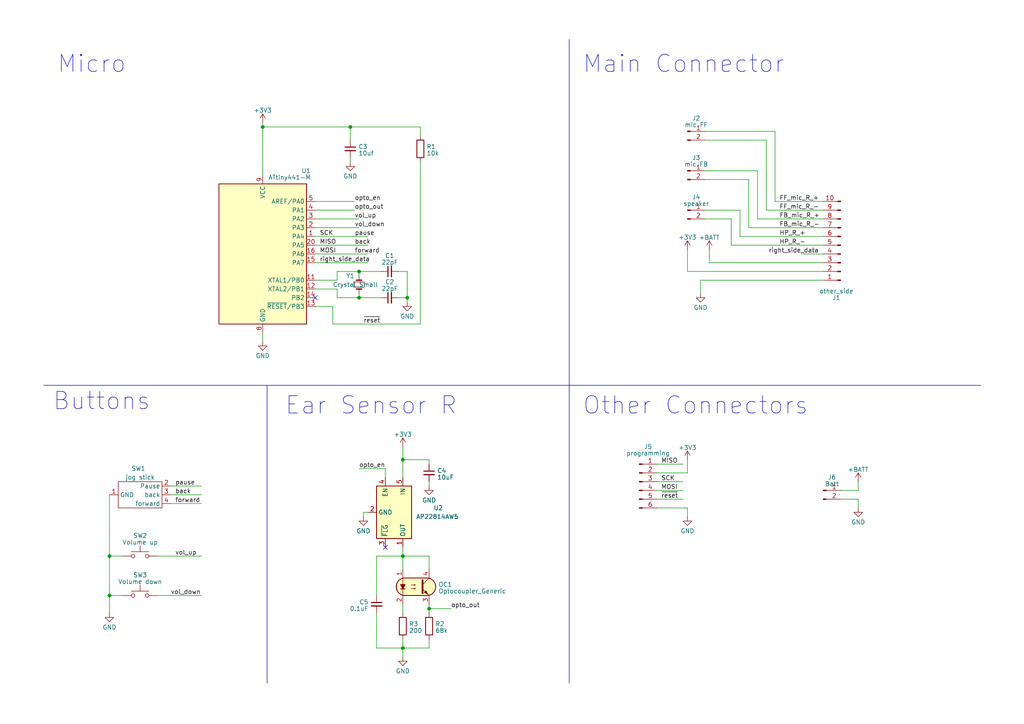
<source format=kicad_sch>
(kicad_sch (version 20230121) (generator eeschema)
  (paper "A4")
  (title_block (title "Right side IO PCB") (date "2023-04-09") (rev "1") (comment 1 "ALM ") (comment 2 "Headphones"))
  (lib_symbols
    (symbol "Connector:Conn_01x02_Pin" (pin_names (offset 1.016) hide)
      (property "Reference" "J" (at 0 2.54 0))
      (property "Value" "Conn_01x02_Pin" (at 0 -5.08 0))
      (symbol "Conn_01x02_Pin_1_1"
        (polyline (pts (xy 1.27 -2.54) (xy 0.8636 -2.54)) (stroke (width 0.1524)))
        (polyline (pts (xy 1.27 0) (xy 0.8636 0)) (stroke (width 0.1524)))
        (rectangle (start 0.8636 -2.413) (end 0 -2.667) (stroke (width 0.1524)) (fill (type outline)))
        (rectangle (start 0.8636 0.127) (end 0 -0.127) (stroke (width 0.1524)) (fill (type outline)))
        (pin passive line (at 5.08 0 180) (length 3.81) (name "Pin_1") (number "1"))
        (pin passive line (at 5.08 -2.54 180) (length 3.81) (name "Pin_2") (number "2"))
      )
    )
    (symbol "Connector:Conn_01x06_Pin" (pin_names (offset 1.016) hide)
      (property "Reference" "J" (at 0 7.62 0))
      (property "Value" "Conn_01x06_Pin" (at 0 -10.16 0))
      (symbol "Conn_01x06_Pin_1_1"
        (polyline (pts (xy 1.27 -7.62) (xy 0.8636 -7.62)) (stroke (width 0.1524)))
        (polyline (pts (xy 1.27 -5.08) (xy 0.8636 -5.08)) (stroke (width 0.1524)))
        (polyline (pts (xy 1.27 -2.54) (xy 0.8636 -2.54)) (stroke (width 0.1524)))
        (polyline (pts (xy 1.27 0) (xy 0.8636 0)) (stroke (width 0.1524)))
        (polyline (pts (xy 1.27 2.54) (xy 0.8636 2.54)) (stroke (width 0.1524)))
        (polyline (pts (xy 1.27 5.08) (xy 0.8636 5.08)) (stroke (width 0.1524)))
        (rectangle (start 0.8636 -7.493) (end 0 -7.747) (stroke (width 0.1524)) (fill (type outline)))
        (rectangle (start 0.8636 -4.953) (end 0 -5.207) (stroke (width 0.1524)) (fill (type outline)))
        (rectangle (start 0.8636 -2.413) (end 0 -2.667) (stroke (width 0.1524)) (fill (type outline)))
        (rectangle (start 0.8636 0.127) (end 0 -0.127) (stroke (width 0.1524)) (fill (type outline)))
        (rectangle (start 0.8636 2.667) (end 0 2.413) (stroke (width 0.1524)) (fill (type outline)))
        (rectangle (start 0.8636 5.207) (end 0 4.953) (stroke (width 0.1524)) (fill (type outline)))
        (pin passive line (at 5.08 5.08 180) (length 3.81) (name "Pin_1") (number "1"))
        (pin passive line (at 5.08 2.54 180) (length 3.81) (name "Pin_2") (number "2"))
        (pin passive line (at 5.08 0 180) (length 3.81) (name "Pin_3") (number "3"))
        (pin passive line (at 5.08 -2.54 180) (length 3.81) (name "Pin_4") (number "4"))
        (pin passive line (at 5.08 -5.08 180) (length 3.81) (name "Pin_5") (number "5"))
        (pin passive line (at 5.08 -7.62 180) (length 3.81) (name "Pin_6") (number "6"))
      )
    )
    (symbol "Connector:Conn_01x10_Pin" (pin_names (offset 1.016) hide)
      (property "Reference" "J" (at 0 12.7 0))
      (property "Value" "Conn_01x10_Pin" (at 0 -15.24 0))
      (symbol "Conn_01x10_Pin_1_1"
        (polyline (pts (xy 1.27 -12.7) (xy 0.8636 -12.7)) (stroke (width 0.1524)))
        (polyline (pts (xy 1.27 -10.16) (xy 0.8636 -10.16)) (stroke (width 0.1524)))
        (polyline (pts (xy 1.27 -7.62) (xy 0.8636 -7.62)) (stroke (width 0.1524)))
        (polyline (pts (xy 1.27 -5.08) (xy 0.8636 -5.08)) (stroke (width 0.1524)))
        (polyline (pts (xy 1.27 -2.54) (xy 0.8636 -2.54)) (stroke (width 0.1524)))
        (polyline (pts (xy 1.27 0) (xy 0.8636 0)) (stroke (width 0.1524)))
        (polyline (pts (xy 1.27 2.54) (xy 0.8636 2.54)) (stroke (width 0.1524)))
        (polyline (pts (xy 1.27 5.08) (xy 0.8636 5.08)) (stroke (width 0.1524)))
        (polyline (pts (xy 1.27 7.62) (xy 0.8636 7.62)) (stroke (width 0.1524)))
        (polyline (pts (xy 1.27 10.16) (xy 0.8636 10.16)) (stroke (width 0.1524)))
        (rectangle (start 0.8636 -12.573) (end 0 -12.827) (stroke (width 0.1524)) (fill (type outline)))
        (rectangle (start 0.8636 -10.033) (end 0 -10.287) (stroke (width 0.1524)) (fill (type outline)))
        (rectangle (start 0.8636 -7.493) (end 0 -7.747) (stroke (width 0.1524)) (fill (type outline)))
        (rectangle (start 0.8636 -4.953) (end 0 -5.207) (stroke (width 0.1524)) (fill (type outline)))
        (rectangle (start 0.8636 -2.413) (end 0 -2.667) (stroke (width 0.1524)) (fill (type outline)))
        (rectangle (start 0.8636 0.127) (end 0 -0.127) (stroke (width 0.1524)) (fill (type outline)))
        (rectangle (start 0.8636 2.667) (end 0 2.413) (stroke (width 0.1524)) (fill (type outline)))
        (rectangle (start 0.8636 5.207) (end 0 4.953) (stroke (width 0.1524)) (fill (type outline)))
        (rectangle (start 0.8636 7.747) (end 0 7.493) (stroke (width 0.1524)) (fill (type outline)))
        (rectangle (start 0.8636 10.287) (end 0 10.033) (stroke (width 0.1524)) (fill (type outline)))
        (pin passive line (at 5.08 10.16 180) (length 3.81) (name "Pin_1") (number "1"))
        (pin passive line (at 5.08 -12.7 180) (length 3.81) (name "Pin_10") (number "10"))
        (pin passive line (at 5.08 7.62 180) (length 3.81) (name "Pin_2") (number "2"))
        (pin passive line (at 5.08 5.08 180) (length 3.81) (name "Pin_3") (number "3"))
        (pin passive line (at 5.08 2.54 180) (length 3.81) (name "Pin_4") (number "4"))
        (pin passive line (at 5.08 0 180) (length 3.81) (name "Pin_5") (number "5"))
        (pin passive line (at 5.08 -2.54 180) (length 3.81) (name "Pin_6") (number "6"))
        (pin passive line (at 5.08 -5.08 180) (length 3.81) (name "Pin_7") (number "7"))
        (pin passive line (at 5.08 -7.62 180) (length 3.81) (name "Pin_8") (number "8"))
        (pin passive line (at 5.08 -10.16 180) (length 3.81) (name "Pin_9") (number "9"))
      )
    )
    (symbol "Device:C_Small" (pin_numbers hide) (pin_names (offset 0.254) hide)
      (property "Reference" "C" (at 0.254 1.778 0))
      (property "Value" "C_Small" (at 0.254 -2.032 0))
      (symbol "C_Small_0_1"
        (polyline (pts (xy -1.524 -0.508) (xy 1.524 -0.508)) (stroke (width 0.3302)))
        (polyline (pts (xy -1.524 0.508) (xy 1.524 0.508)) (stroke (width 0.3048)))
      )
      (symbol "C_Small_1_1"
        (pin passive line (at 0 2.54 270) (length 2.032) (name "~") (number "1"))
        (pin passive line (at 0 -2.54 90) (length 2.032) (name "~") (number "2"))
      )
    )
    (symbol "Device:Crystal_Small" (pin_numbers hide) (pin_names (offset 1.016) hide)
      (property "Reference" "Y" (at 0 2.54 0))
      (property "Value" "Crystal_Small" (at 0 -2.54 0))
      (symbol "Crystal_Small_0_1"
        (rectangle (start -0.762 -1.524) (end 0.762 1.524))
        (polyline (pts (xy -1.27 -0.762) (xy -1.27 0.762)) (stroke (width 0.381)))
        (polyline (pts (xy 1.27 -0.762) (xy 1.27 0.762)) (stroke (width 0.381)))
      )
      (symbol "Crystal_Small_1_1"
        (pin passive line (at -2.54 0 0) (length 1.27) (name "1") (number "1"))
        (pin passive line (at 2.54 0 180) (length 1.27) (name "2") (number "2"))
      )
    )
    (symbol "Device:R" (pin_numbers hide) (pin_names (offset 0))
      (property "Reference" "R" (at 2.032 0 90))
      (property "Value" "R" (at 0 0 90))
      (symbol "R_0_1"
        (rectangle (start -1.016 -2.54) (end 1.016 2.54) (stroke (width 0.254)))
      )
      (symbol "R_1_1"
        (pin passive line (at 0 3.81 270) (length 1.27) (name "~") (number "1"))
        (pin passive line (at 0 -3.81 90) (length 1.27) (name "~") (number "2"))
      )
    )
    (symbol "MCU_Microchip_ATtiny:ATtiny441-M"
      (property "Reference" "U" (at -12.7 21.59 0))
      (property "Value" "ATtiny441-M" (at 2.54 -21.59 0))
      (symbol "ATtiny441-M_0_1"
        (rectangle (start -12.7 -20.32) (end 12.7 20.32) (stroke (width 0.254)) (fill (type background)))
      )
      (symbol "ATtiny441-M_1_1"
        (pin bidirectional line (at 15.24 5.08 180) (length 2.54) (name "PA4") (number "1"))
        (pin no_connect line (at -12.7 -10.16 0) (length 2.54) hide (name "NC") (number "10"))
        (pin bidirectional line (at 15.24 -7.62 180) (length 2.54) (name "XTAL1/PB0") (number "11"))
        (pin bidirectional line (at 15.24 -10.16 180) (length 2.54) (name "XTAL2/PB1") (number "12"))
        (pin bidirectional line (at 15.24 -15.24 180) (length 2.54) (name "~{RESET}/PB3") (number "13"))
        (pin bidirectional line (at 15.24 -12.7 180) (length 2.54) (name "PB2") (number "14"))
        (pin bidirectional line (at 15.24 -2.54 180) (length 2.54) (name "PA7") (number "15"))
        (pin bidirectional line (at 15.24 0 180) (length 2.54) (name "PA6") (number "16"))
        (pin no_connect line (at -12.7 -12.7 0) (length 2.54) hide (name "NC") (number "17"))
        (pin no_connect line (at -12.7 -15.24 0) (length 2.54) hide (name "NC") (number "18"))
        (pin no_connect line (at -12.7 -17.78 0) (length 2.54) hide (name "NC") (number "19"))
        (pin bidirectional line (at 15.24 7.62 180) (length 2.54) (name "PA3") (number "2"))
        (pin bidirectional line (at 15.24 2.54 180) (length 2.54) (name "PA5") (number "20"))
        (pin passive line (at 0 -22.86 90) (length 2.54) hide (name "GND") (number "21"))
        (pin bidirectional line (at 15.24 10.16 180) (length 2.54) (name "PA2") (number "3"))
        (pin bidirectional line (at 15.24 12.7 180) (length 2.54) (name "PA1") (number "4"))
        (pin bidirectional line (at 15.24 15.24 180) (length 2.54) (name "AREF/PA0") (number "5"))
        (pin no_connect line (at -12.7 -5.08 0) (length 2.54) hide (name "NC") (number "6"))
        (pin no_connect line (at -12.7 -7.62 0) (length 2.54) hide (name "NC") (number "7"))
        (pin power_in line (at 0 -22.86 90) (length 2.54) (name "GND") (number "8"))
        (pin power_in line (at 0 22.86 270) (length 2.54) (name "VCC") (number "9"))
      )
    )
    (symbol "PCM_Optocoupler_AKL:Optocoupler_Generic" (pin_names (offset 1.016))
      (property "Reference" "OC" (at 6.35 1.27 0))
      (property "Value" "Optocoupler_Generic" (at 6.35 -1.27 0))
      (symbol "Optocoupler_Generic_0_1"
        (arc (start -3.1975 2.54) (mid -5.7151 0) (end -3.1975 -2.54) (stroke (width 0.254)))
        (polyline (pts (xy -4.445 -0.635) (xy -3.175 -0.635)) (stroke (width 0.254)))
        (polyline (pts (xy -3.175 2.54) (xy 3.175 2.54)) (stroke (width 0.254)))
        (polyline (pts (xy 1.905 0.635) (xy 3.81 2.54)))
        (polyline (pts (xy 3.175 -2.54) (xy -3.175 -2.54)) (stroke (width 0.254)))
        (polyline (pts (xy 3.81 -2.54) (xy 1.905 -0.635)) (fill (type outline)))
        (polyline (pts (xy -3.81 -2.54) (xy -3.81 -1.27) (xy -3.81 2.54)) (stroke (width 0.1524)))
        (polyline (pts (xy 1.905 1.905) (xy 1.905 -1.905) (xy 1.905 -1.905)) (stroke (width 0.508)))
        (polyline (pts (xy -3.81 -0.635) (xy -4.445 0.635) (xy -3.175 0.635) (xy -3.81 -0.635)) (stroke (width 0.254)) (fill (type outline)))
        (polyline (pts (xy -1.397 -0.508) (xy -0.127 -0.508) (xy -0.508 -0.635) (xy -0.508 -0.381) (xy -0.127 -0.508)))
        (polyline (pts (xy -1.397 0.508) (xy -0.127 0.508) (xy -0.508 0.381) (xy -0.508 0.635) (xy -0.127 0.508)))
        (polyline (pts (xy 2.413 -1.651) (xy 2.921 -1.143) (xy 3.429 -2.159) (xy 2.413 -1.651) (xy 2.413 -1.651)) (fill (type outline)))
        (polyline (pts (xy -2.54 2.54) (xy 3.429 2.54) (xy 4.318 2.286) (xy 4.699 2.032) (xy 5.08 1.651) (xy 5.461 1.016) (xy 5.715 0.381) (xy 5.715 -0.381) (xy 5.461 -1.143) (xy 4.826 -1.905) (xy 4.191 -2.286) (xy 3.302 -2.54) (xy -3.81 -2.54) (xy -3.81 -2.54) (xy -4.572 -2.032) (xy -5.08 -1.778) (xy -5.588 -0.508) (xy -5.588 0.254) (xy -5.588 1.016) (xy -5.08 1.778) (xy -4.318 2.286) (xy -3.556 2.54) (xy -2.54 2.54)) (stroke (width 0.01)) (fill (type background)))
        (arc (start 3.1975 -2.54) (mid 5.7151 0) (end 3.1975 2.54) (stroke (width 0.254)))
      )
      (symbol "Optocoupler_Generic_1_1"
        (pin passive line (at -3.81 5.08 270) (length 2.54) (name "~") (number "1"))
        (pin passive line (at -3.81 -5.08 90) (length 2.54) (name "~") (number "2"))
        (pin passive line (at 3.81 -5.08 90) (length 2.54) (name "~") (number "3"))
        (pin passive line (at 3.81 5.08 270) (length 2.54) (name "~") (number "4"))
      )
    )
    (symbol "Power_Management:AP22814AW5"
      (property "Reference" "U" (at -7.62 -6.35 0))
      (property "Value" "AP22814AW5" (at -7.62 6.35 0))
      (symbol "AP22814AW5_0_1"
        (rectangle (start -7.62 5.08) (end 7.62 -5.08) (stroke (width 0.254)) (fill (type background)))
      )
      (symbol "AP22814AW5_1_1"
        (pin power_out line (at 10.16 2.54 180) (length 2.54) (name "OUT") (number "1"))
        (pin power_in line (at 0 -7.62 90) (length 2.54) (name "GND") (number "2"))
        (pin open_collector line (at 10.16 -2.54 180) (length 2.54) (name "~{FLG}") (number "3"))
        (pin input line (at -10.16 -2.54 0) (length 2.54) (name "EN") (number "4"))
        (pin power_in line (at -10.16 2.54 0) (length 2.54) (name "IN") (number "5"))
      )
    )
    (symbol "Switch:SW_Push" (pin_numbers hide) (pin_names (offset 1.016) hide)
      (property "Reference" "SW" (at 1.27 2.54 0))
      (property "Value" "SW_Push" (at 0 -1.524 0))
      (symbol "SW_Push_0_1"
        (circle (center -2.032 0) (radius 0.508))
        (polyline (pts (xy 0 1.27) (xy 0 3.048)))
        (polyline (pts (xy 2.54 1.27) (xy -2.54 1.27)))
        (circle (center 2.032 0) (radius 0.508))
        (pin passive line (at -5.08 0 0) (length 2.54) (name "1") (number "1"))
        (pin passive line (at 5.08 0 180) (length 2.54) (name "2") (number "2"))
      )
    )
    (symbol "odds:Jog_switch"
      (property "Reference" "SW" (at 6.35 3.81 0))
      (symbol "Jog_switch_0_1"
        (rectangle (start 0 0) (end 12.7 -7.62))
      )
      (symbol "Jog_switch_1_1"
        (pin power_in line (at -2.54 -3.81 0) (length 2.54) (name "GND") (number "1"))
        (pin output line (at 15.24 -1.27 180) (length 2.54) (name "Pause") (number "2"))
        (pin output line (at 15.24 -3.81 180) (length 2.54) (name "back") (number "3"))
        (pin output line (at 15.24 -6.35 180) (length 2.54) (name "forward") (number "4"))
      )
    )
    (symbol "power:+3V3" (power) (pin_names (offset 0))
      (property "Value" "+3V3" (at 0 3.556 0))
      (symbol "+3V3_0_1"
        (polyline (pts (xy -0.762 1.27) (xy 0 2.54)))
        (polyline (pts (xy 0 0) (xy 0 2.54)))
        (polyline (pts (xy 0 2.54) (xy 0.762 1.27)))
      )
      (symbol "+3V3_1_1"
        (pin power_in line (at 0 0 90) (length 0) hide (name "+3V3") (number "1"))
      )
    )
    (symbol "power:+BATT" (power) (pin_names (offset 0))
      (property "Value" "+BATT" (at 0 3.556 0))
      (symbol "+BATT_0_1"
        (polyline (pts (xy -0.762 1.27) (xy 0 2.54)))
        (polyline (pts (xy 0 0) (xy 0 2.54)))
        (polyline (pts (xy 0 2.54) (xy 0.762 1.27)))
      )
      (symbol "+BATT_1_1"
        (pin power_in line (at 0 0 90) (length 0) hide (name "+BATT") (number "1"))
      )
    )
    (symbol "power:GND" (power) (pin_names (offset 0))
      (property "Value" "GND" (at 0 -3.81 0))
      (symbol "GND_0_1"
        (polyline (pts (xy 0 0) (xy 0 -1.27) (xy 1.27 -1.27) (xy 0 -2.54) (xy -1.27 -1.27) (xy 0 -1.27)))
      )
      (symbol "GND_1_1"
        (pin power_in line (at 0 0 270) (length 0) hide (name "GND") (number "1"))
      )
    )
  )
  (junction (at 104.14 78.74))
  (junction (at 31.75 172.72))
  (junction (at 104.14 86.36))
  (junction (at 116.84 133.35))
  (junction (at 101.6 36.83))
  (junction (at 124.46 176.53))
  (junction (at 116.84 187.96))
  (junction (at 76.2 36.83))
  (junction (at 118.11 86.36))
  (junction (at 31.75 161.29))
  (junction (at 116.84 161.29))
  (no_connect (at 91.44 86.36))
  (no_connect (at 111.76 158.75))
  (wire (pts (xy 91.44 58.42) (xy 102.87 58.42)))
  (wire (pts (xy 91.44 60.96) (xy 102.87 60.96)))
  (wire (pts (xy 101.6 45.72) (xy 101.6 46.99)))
  (wire (pts (xy 199.39 72.39) (xy 199.39 78.74)))
  (wire (pts (xy 121.92 36.83) (xy 101.6 36.83)))
  (wire (pts (xy 248.92 139.7) (xy 248.92 142.24)))
  (wire (pts (xy 91.44 81.28) (xy 97.79 81.28)))
  (wire (pts (xy 31.75 177.8) (xy 31.75 172.72)))
  (wire (pts (xy 212.09 71.12) (xy 212.09 63.5)))
  (wire (pts (xy 212.09 63.5) (xy 204.47 63.5)))
  (wire (pts (xy 116.84 175.26) (xy 116.84 177.8)))
  (wire (pts (xy 49.53 140.97) (xy 58.42 140.97)))
  (wire (pts (xy 97.79 78.74) (xy 104.14 78.74)))
  (wire (pts (xy 97.79 83.82) (xy 97.79 86.36)))
  (wire (pts (xy 124.46 176.53) (xy 130.81 176.53)))
  (wire (pts (xy 31.75 143.51) (xy 31.75 161.29)))
  (wire (pts (xy 31.75 172.72) (xy 35.56 172.72)))
  (wire (pts (xy 190.5 139.7) (xy 198.12 139.7)))
  (wire (pts (xy 214.63 60.96) (xy 214.63 68.58)))
  (wire (pts (xy 118.11 87.63) (xy 118.11 86.36)))
  (wire (pts (xy 105.41 148.59) (xy 105.41 149.86)))
  (wire (pts (xy 203.2 81.28) (xy 203.2 85.09)))
  (wire (pts (xy 91.44 66.04) (xy 104.14 66.04)))
  (wire (pts (xy 219.71 63.5) (xy 238.76 63.5)))
  (wire (pts (xy 190.5 134.62) (xy 198.12 134.62)))
  (wire (pts (xy 205.74 72.39) (xy 205.74 76.2)))
  (wire (pts (xy 106.68 148.59) (xy 105.41 148.59)))
  (wire (pts (xy 217.17 66.04) (xy 238.76 66.04)))
  (polyline (pts (xy 165.1 111.76) (xy 165.1 198.12)))
  (wire (pts (xy 109.22 187.96) (xy 116.84 187.96)))
  (wire (pts (xy 109.22 161.29) (xy 116.84 161.29)))
  (wire (pts (xy 97.79 81.28) (xy 97.79 78.74)))
  (wire (pts (xy 124.46 176.53) (xy 124.46 177.8)))
  (wire (pts (xy 205.74 76.2) (xy 238.76 76.2)))
  (wire (pts (xy 49.53 146.05) (xy 58.42 146.05)))
  (wire (pts (xy 190.5 142.24) (xy 198.12 142.24)))
  (wire (pts (xy 124.46 133.35) (xy 124.46 134.62)))
  (wire (pts (xy 238.76 81.28) (xy 203.2 81.28)))
  (wire (pts (xy 91.44 73.66) (xy 106.68 73.66)))
  (wire (pts (xy 124.46 139.7) (xy 124.46 140.97)))
  (wire (pts (xy 104.14 85.09) (xy 104.14 86.36)))
  (wire (pts (xy 116.84 161.29) (xy 116.84 165.1)))
  (wire (pts (xy 199.39 137.16) (xy 190.5 137.16)))
  (wire (pts (xy 101.6 36.83) (xy 101.6 40.64)))
  (wire (pts (xy 248.92 144.78) (xy 243.84 144.78)))
  (wire (pts (xy 45.72 172.72) (xy 58.42 172.72)))
  (wire (pts (xy 110.49 78.74) (xy 104.14 78.74)))
  (wire (pts (xy 116.84 133.35) (xy 116.84 138.43)))
  (wire (pts (xy 124.46 175.26) (xy 124.46 176.53)))
  (wire (pts (xy 214.63 68.58) (xy 238.76 68.58)))
  (wire (pts (xy 45.72 161.29) (xy 58.42 161.29)))
  (wire (pts (xy 238.76 73.66) (xy 232.41 73.66)))
  (wire (pts (xy 199.39 133.35) (xy 199.39 137.16)))
  (wire (pts (xy 124.46 161.29) (xy 116.84 161.29)))
  (wire (pts (xy 199.39 147.32) (xy 190.5 147.32)))
  (wire (pts (xy 116.84 129.54) (xy 116.84 133.35)))
  (wire (pts (xy 212.09 71.12) (xy 238.76 71.12)))
  (wire (pts (xy 248.92 147.32) (xy 248.92 144.78)))
  (wire (pts (xy 104.14 135.89) (xy 111.76 135.89)))
  (wire (pts (xy 109.22 172.72) (xy 109.22 161.29)))
  (wire (pts (xy 222.25 60.96) (xy 238.76 60.96)))
  (wire (pts (xy 76.2 96.52) (xy 76.2 99.06)))
  (wire (pts (xy 76.2 35.56) (xy 76.2 36.83)))
  (wire (pts (xy 224.79 58.42) (xy 238.76 58.42)))
  (wire (pts (xy 204.47 60.96) (xy 214.63 60.96)))
  (wire (pts (xy 97.79 86.36) (xy 104.14 86.36)))
  (wire (pts (xy 118.11 78.74) (xy 118.11 86.36)))
  (wire (pts (xy 217.17 66.04) (xy 217.17 52.07)))
  (wire (pts (xy 104.14 86.36) (xy 110.49 86.36)))
  (wire (pts (xy 222.25 40.64) (xy 204.47 40.64)))
  (polyline (pts (xy 77.47 111.76) (xy 77.47 198.12)))
  (wire (pts (xy 31.75 161.29) (xy 31.75 172.72)))
  (wire (pts (xy 199.39 149.86) (xy 199.39 147.32)))
  (wire (pts (xy 109.22 177.8) (xy 109.22 187.96)))
  (wire (pts (xy 115.57 78.74) (xy 118.11 78.74)))
  (wire (pts (xy 91.44 71.12) (xy 106.68 71.12)))
  (wire (pts (xy 219.71 49.53) (xy 204.47 49.53)))
  (wire (pts (xy 96.52 93.98) (xy 121.92 93.98)))
  (wire (pts (xy 116.84 185.42) (xy 116.84 187.96)))
  (wire (pts (xy 224.79 38.1) (xy 224.79 58.42)))
  (wire (pts (xy 96.52 93.98) (xy 96.52 88.9)))
  (wire (pts (xy 111.76 138.43) (xy 111.76 135.89)))
  (wire (pts (xy 35.56 161.29) (xy 31.75 161.29)))
  (wire (pts (xy 116.84 187.96) (xy 124.46 187.96)))
  (wire (pts (xy 116.84 187.96) (xy 116.84 190.5)))
  (wire (pts (xy 91.44 76.2) (xy 106.68 76.2)))
  (wire (pts (xy 76.2 36.83) (xy 76.2 50.8)))
  (wire (pts (xy 204.47 38.1) (xy 224.79 38.1)))
  (wire (pts (xy 121.92 46.99) (xy 121.92 93.98)))
  (wire (pts (xy 91.44 68.58) (xy 106.68 68.58)))
  (polyline (pts (xy 165.1 11.43) (xy 165.1 111.76)))
  (wire (pts (xy 219.71 63.5) (xy 219.71 49.53)))
  (wire (pts (xy 115.57 86.36) (xy 118.11 86.36)))
  (wire (pts (xy 91.44 63.5) (xy 104.14 63.5)))
  (wire (pts (xy 222.25 60.96) (xy 222.25 40.64)))
  (wire (pts (xy 104.14 78.74) (xy 104.14 80.01)))
  (wire (pts (xy 101.6 36.83) (xy 76.2 36.83)))
  (wire (pts (xy 248.92 142.24) (xy 243.84 142.24)))
  (wire (pts (xy 49.53 143.51) (xy 58.42 143.51)))
  (wire (pts (xy 121.92 39.37) (xy 121.92 36.83)))
  (wire (pts (xy 124.46 165.1) (xy 124.46 161.29)))
  (wire (pts (xy 91.44 83.82) (xy 97.79 83.82)))
  (wire (pts (xy 116.84 133.35) (xy 124.46 133.35)))
  (wire (pts (xy 199.39 78.74) (xy 238.76 78.74)))
  (polyline (pts (xy 12.7 111.76) (xy 284.48 111.76)))
  (wire (pts (xy 124.46 187.96) (xy 124.46 185.42)))
  (wire (pts (xy 116.84 158.75) (xy 116.84 161.29)))
  (wire (pts (xy 96.52 88.9) (xy 91.44 88.9)))
  (wire (pts (xy 190.5 144.78) (xy 198.12 144.78)))
  (wire (pts (xy 217.17 52.07) (xy 204.47 52.07)))
  (text "Micro" (at 16.51 21.59 0) (effects (font (size 5 5)) (justify left bottom)))
  (text "Other Connectors" (at 168.91 120.65 0) (effects (font (size 5 5)) (justify left bottom)))
  (text "Ear Sensor R\n" (at 82.55 120.65 0) (effects (font (size 5 5)) (justify left bottom)))
  (text "Main Connector" (at 168.91 21.59 0) (effects (font (size 5 5)) (justify left bottom)))
  (text "Buttons" (at 15.24 119.38 0) (effects (font (size 5 5)) (justify left bottom)))
  (label "FB_mic_R_-" (at 226.06 66.04 0))
  (label "HP_R_-" (at 226.06 71.12 0))
  (label "HP_R_+" (at 226.06 68.58 0))
  (label "~{reset}" (at 191.77 144.78 0))
  (label "MOSI" (at 191.77 142.24 0))
  (label "right_side_data" (at 92.71 76.2 0))
  (label "vol_down" (at 49.53 172.72 0))
  (label "SCK" (at 92.71 68.58 0))
  (label "pause" (at 50.8 140.97 0))
  (label "opto_out" (at 130.81 176.53 0))
  (label "SCK" (at 191.77 139.7 0))
  (label "FF_mic_R_-" (at 226.06 60.96 0))
  (label "opto_en" (at 104.14 135.89 0))
  (label "back" (at 50.8 143.51 0))
  (label "back" (at 102.87 71.12 0))
  (label "right_side_data" (at 237.49 73.66 180))
  (label "opto_out" (at 102.87 60.96 0))
  (label "vol_down" (at 102.87 66.04 0))
  (label "MISO" (at 92.71 71.12 0))
  (label "vol_up" (at 102.87 63.5 0))
  (label "forward" (at 102.87 73.66 0))
  (label "~{reset}" (at 105.41 93.98 0))
  (label "forward" (at 50.8 146.05 0))
  (label "pause" (at 102.87 68.58 0))
  (label "vol_up" (at 50.8 161.29 0))
  (label "opto_en" (at 102.87 58.42 0))
  (label "MOSI" (at 92.71 73.66 0))
  (label "MISO" (at 191.77 134.62 0))
  (label "FB_mic_R_+" (at 226.06 63.5 0))
  (label "FF_mic_R_+" (at 226.06 58.42 0))
  (symbol (lib_id "power:GND") (at 101.6 46.99 0) (unit 1)
    (property "Reference" "#PWR07" (effects hide))
    (property "Value" "GND" (at 101.6 51.1255 0))
  )
  (symbol (lib_id "power:GND") (at 116.84 190.5 0) (unit 1)
    (property "Reference" "#PWR013" (effects hide))
    (property "Value" "GND" (at 116.84 194.6355 0))
  )
  (symbol (lib_id "power:+3V3") (at 199.39 133.35 0) (unit 1)
    (property "Reference" "#PWR05" (effects hide))
    (property "Value" "+3V3" (at 199.39 129.8481 0))
  )
  (symbol (lib_id "power:GND") (at 118.11 87.63 0) (unit 1)
    (property "Reference" "#PWR03" (effects hide))
    (property "Value" "GND" (at 118.11 91.7655 0))
  )
  (symbol (lib_id "Device:R") (at 124.46 181.61 0) (unit 1)
    (property "Reference" "R2" (at 126.238 180.9663 0) (effects (justify left)))
    (property "Value" "68k" (at 126.238 182.8873 0) (effects (justify left)))
  )
  (symbol (lib_id "Connector:Conn_01x10_Pin") (at 243.84 71.12 180) (unit 1)
    (property "Reference" "J1" (at 242.57 86.36 0))
    (property "Value" "other_side" (at 242.57 84.439 0))
  )
  (symbol (lib_id "Device:R") (at 121.92 43.18 0) (unit 1)
    (property "Reference" "R1" (at 123.698 42.5363 0) (effects (justify left)))
    (property "Value" "10k" (at 123.698 44.4573 0) (effects (justify left)))
  )
  (symbol (lib_id "Connector:Conn_01x02_Pin") (at 238.76 142.24 0) (unit 1)
    (property "Reference" "J6" (at 241.3 138.43 0))
    (property "Value" "Batt" (at 241.3 140.351 0))
  )
  (symbol (lib_id "power:GND") (at 76.2 99.06 0) (unit 1)
    (property "Reference" "#PWR01" (effects hide))
    (property "Value" "GND" (at 76.2 103.1955 0))
  )
  (symbol (lib_id "Connector:Conn_01x06_Pin") (at 185.42 139.7 0) (unit 1)
    (property "Reference" "J5" (at 187.96 129.54 0))
    (property "Value" "programming" (at 187.96 131.461 0))
  )
  (symbol (lib_id "Connector:Conn_01x02_Pin") (at 199.39 49.53 0) (unit 1)
    (property "Reference" "J3" (at 201.93 45.72 0))
    (property "Value" "mic FB" (at 201.93 47.641 0))
  )
  (symbol (lib_id "power:GND") (at 124.46 140.97 0) (unit 1)
    (property "Reference" "#PWR016" (effects hide))
    (property "Value" "GND" (at 124.46 145.1055 0))
  )
  (symbol (lib_id "power:+3V3") (at 76.2 35.56 0) (unit 1)
    (property "Reference" "#PWR?" (effects hide))
    (property "Value" "+3V3" (at 76.2 32.004 0))
  )
  (symbol (lib_id "odds:Jog_switch") (at 34.29 139.7 0) (unit 1)
    (property "Reference" "SW1" (at 38.1 135.89 0) (effects (justify left)))
    (property "Value" "jog stick" (at 40.64 138.43 0))
  )
  (symbol (lib_id "PCM_Optocoupler_AKL:Optocoupler_Generic") (at 120.65 170.18 0) (unit 1)
    (property "Reference" "OC1" (at 127.1271 169.5363 0) (effects (justify left)))
    (property "Value" "Optocoupler_Generic" (at 127.1271 171.4573 0) (effects (justify left)))
  )
  (symbol (lib_id "Device:C_Small") (at 101.6 43.18 0) (unit 1)
    (property "Reference" "C3" (at 103.9241 42.5426 0) (effects (justify left)))
    (property "Value" "10uf" (at 103.9241 44.4636 0) (effects (justify left)))
  )
  (symbol (lib_id "Switch:SW_Push") (at 40.64 172.72 0) (unit 1)
    (property "Reference" "SW3" (at 40.64 166.7891 0))
    (property "Value" "Volume down" (at 40.64 168.7101 0))
  )
  (symbol (lib_id "Power_Management:AP22814AW5") (at 114.3 148.59 270) (unit 1)
    (property "Reference" "U2" (at 125.73 147.32 90) (effects (justify left)))
    (property "Value" "AP22814AW5" (at 120.65 149.86 90) (effects (justify left)))
    (property "Footprint" "Package_TO_SOT_SMD:SOT-23-5" (effects hide))
    (property "Datasheet" "https://www.diodes.com/assets/Datasheets/AP22804_14.pdf" (effects hide))
  )
  (symbol (lib_id "power:+BATT") (at 205.74 72.39 0) (unit 1)
    (property "Reference" "#PWR010" (effects hide))
    (property "Value" "+BATT" (at 205.74 68.8881 0))
  )
  (symbol (lib_id "power:GND") (at 199.39 149.86 0) (unit 1)
    (property "Reference" "#PWR06" (effects hide))
    (property "Value" "GND" (at 199.39 153.9955 0))
  )
  (symbol (lib_id "power:GND") (at 248.92 147.32 0) (unit 1)
    (property "Reference" "#PWR012" (effects hide))
    (property "Value" "GND" (at 248.92 151.4555 0))
  )
  (symbol (lib_id "power:+3V3") (at 116.84 129.54 0) (unit 1)
    (property "Reference" "#PWR?" (effects hide))
    (property "Value" "+3V3" (at 116.84 125.984 0))
  )
  (symbol (lib_id "Device:R") (at 116.84 181.61 0) (unit 1)
    (property "Reference" "R3" (at 118.618 180.9663 0) (effects (justify left)))
    (property "Value" "200" (at 118.618 182.8873 0) (effects (justify left)))
  )
  (symbol (lib_id "Device:C_Small") (at 109.22 175.26 0) (mirror y) (unit 1)
    (property "Reference" "C5" (at 106.8959 174.6226 0) (effects (justify left)))
    (property "Value" "0.1uF" (at 106.8959 176.5436 0) (effects (justify left)))
  )
  (symbol (lib_id "Device:Crystal_Small") (at 104.14 82.55 90) (unit 1)
    (property "Reference" "Y1" (at 100.33 80.01 90) (effects (justify right)))
    (property "Value" "Crystal_Small" (at 96.52 82.55 90) (effects (justify right)))
  )
  (symbol (lib_id "Device:C_Small") (at 124.46 137.16 0) (unit 1)
    (property "Reference" "C4" (at 126.7841 136.5226 0) (effects (justify left)))
    (property "Value" "10uF" (at 126.7841 138.4436 0) (effects (justify left)))
  )
  (symbol (lib_id "Device:C_Small") (at 113.03 86.36 90) (unit 1)
    (property "Reference" "C2" (at 113.0363 81.788 90))
    (property "Value" "22pF" (at 113.0363 83.709 90))
  )
  (symbol (lib_id "Connector:Conn_01x02_Pin") (at 199.39 60.96 0) (unit 1)
    (property "Reference" "J4" (at 201.93 57.15 0))
    (property "Value" "speaker" (at 201.93 59.071 0))
  )
  (symbol (lib_id "power:+3V3") (at 199.39 72.39 0) (unit 1)
    (property "Reference" "#PWR?" (effects hide))
    (property "Value" "+3V3" (at 199.39 68.834 0))
  )
  (symbol (lib_id "power:+BATT") (at 248.92 139.7 0) (unit 1)
    (property "Reference" "#PWR011" (effects hide))
    (property "Value" "+BATT" (at 248.92 136.1981 0))
  )
  (symbol (lib_id "Connector:Conn_01x02_Pin") (at 199.39 38.1 0) (unit 1)
    (property "Reference" "J2" (at 201.93 34.29 0))
    (property "Value" "mic FF" (at 201.93 36.211 0))
  )
  (symbol (lib_id "power:GND") (at 31.75 177.8 0) (unit 1)
    (property "Reference" "#PWR02" (effects hide))
    (property "Value" "GND" (at 31.75 181.9355 0))
  )
  (symbol (lib_id "MCU_Microchip_ATtiny:ATtiny441-M") (at 76.2 73.66 0) (unit 1)
    (property "Reference" "U1" (at 90.17 49.53 0) (effects (justify right)))
    (property "Value" "ATtiny441-M" (at 90.17 51.451 0) (effects (justify right)))
    (property "Footprint" "Package_DFN_QFN:QFN-20-1EP_4x4mm_P0.5mm_EP2.6x2.6mm" (effects hide))
    (property "Datasheet" "http://ww1.microchip.com/downloads/en/DeviceDoc/Atmel-8495-8-bit-AVR-Microcontrollers-ATtiny441-ATtiny841_Datasheet.pdf" (effects hide))
  )
  (symbol (lib_id "Device:C_Small") (at 113.03 78.74 90) (unit 1)
    (property "Reference" "C1" (at 113.0363 74.168 90))
    (property "Value" "22pF" (at 113.0363 76.089 90))
  )
  (symbol (lib_id "power:GND") (at 203.2 85.09 0) (unit 1)
    (property "Reference" "#PWR08" (effects hide))
    (property "Value" "GND" (at 203.2 89.2255 0))
  )
  (symbol (lib_id "power:GND") (at 105.41 149.86 0) (unit 1)
    (property "Reference" "#PWR014" (effects hide))
    (property "Value" "GND" (at 105.41 153.9955 0))
  )
  (symbol (lib_id "Switch:SW_Push") (at 40.64 161.29 0) (unit 1)
    (property "Reference" "SW2" (at 40.64 155.3591 0))
    (property "Value" "Volume up" (at 40.64 157.2801 0))
  )
)
</source>
